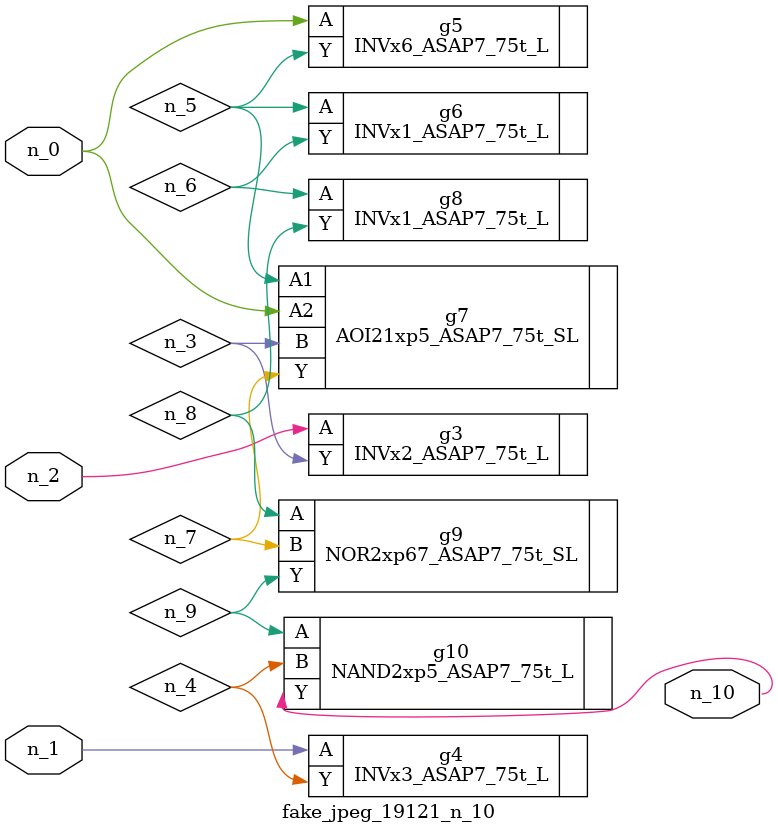
<source format=v>
module fake_jpeg_19121_n_10 (n_0, n_2, n_1, n_10);

input n_0;
input n_2;
input n_1;

output n_10;

wire n_3;
wire n_4;
wire n_8;
wire n_9;
wire n_6;
wire n_5;
wire n_7;

INVx2_ASAP7_75t_L g3 ( 
.A(n_2),
.Y(n_3)
);

INVx3_ASAP7_75t_L g4 ( 
.A(n_1),
.Y(n_4)
);

INVx6_ASAP7_75t_L g5 ( 
.A(n_0),
.Y(n_5)
);

INVx1_ASAP7_75t_L g6 ( 
.A(n_5),
.Y(n_6)
);

INVx1_ASAP7_75t_L g8 ( 
.A(n_6),
.Y(n_8)
);

AOI21xp5_ASAP7_75t_SL g7 ( 
.A1(n_5),
.A2(n_0),
.B(n_3),
.Y(n_7)
);

NOR2xp67_ASAP7_75t_SL g9 ( 
.A(n_8),
.B(n_7),
.Y(n_9)
);

NAND2xp5_ASAP7_75t_L g10 ( 
.A(n_9),
.B(n_4),
.Y(n_10)
);


endmodule
</source>
